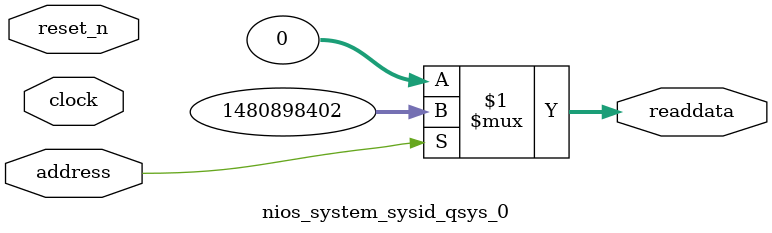
<source format=v>



// synthesis translate_off
`timescale 1ns / 1ps
// synthesis translate_on

// turn off superfluous verilog processor warnings 
// altera message_level Level1 
// altera message_off 10034 10035 10036 10037 10230 10240 10030 

module nios_system_sysid_qsys_0 (
               // inputs:
                address,
                clock,
                reset_n,

               // outputs:
                readdata
             )
;

  output  [ 31: 0] readdata;
  input            address;
  input            clock;
  input            reset_n;

  wire    [ 31: 0] readdata;
  //control_slave, which is an e_avalon_slave
  assign readdata = address ? 1480898402 : 0;

endmodule



</source>
